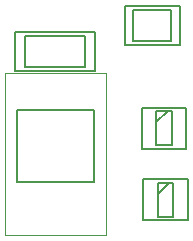
<source format=gbr>
G04 #@! TF.GenerationSoftware,KiCad,Pcbnew,(5.1.12)-1*
G04 #@! TF.CreationDate,2021-12-08T09:26:21+00:00*
G04 #@! TF.ProjectId,LightMinderSMD,4c696768-744d-4696-9e64-6572534d442e,rev?*
G04 #@! TF.SameCoordinates,Original*
G04 #@! TF.FileFunction,OtherDrawing,Comment*
%FSLAX46Y46*%
G04 Gerber Fmt 4.6, Leading zero omitted, Abs format (unit mm)*
G04 Created by KiCad (PCBNEW (5.1.12)-1) date 2021-12-08 09:26:21*
%MOMM*%
%LPD*%
G01*
G04 APERTURE LIST*
%ADD10C,0.100000*%
%ADD11C,0.200000*%
%ADD12C,0.150000*%
G04 APERTURE END LIST*
D10*
X110450000Y-79500000D02*
X110450000Y-93200000D01*
X101950000Y-79500000D02*
X110450000Y-79500000D01*
X101950000Y-93200000D02*
X101950000Y-79500000D01*
X110450000Y-93200000D02*
X101950000Y-93200000D01*
D11*
X109450000Y-82650000D02*
X109450000Y-88750000D01*
X102950000Y-82650000D02*
X109450000Y-82650000D01*
X102950000Y-88750000D02*
X102950000Y-82650000D01*
X109450000Y-88750000D02*
X102950000Y-88750000D01*
D12*
X114750000Y-83700000D02*
X115700000Y-82750000D01*
X114750000Y-85650000D02*
X114750000Y-82750000D01*
X116050000Y-85650000D02*
X114750000Y-85650000D01*
X116050000Y-82750000D02*
X116050000Y-85650000D01*
X114750000Y-82750000D02*
X116050000Y-82750000D01*
X113500000Y-85950000D02*
X113500000Y-82450000D01*
X117300000Y-85950000D02*
X113500000Y-85950000D01*
X117300000Y-82450000D02*
X117300000Y-85950000D01*
X113500000Y-82450000D02*
X117300000Y-82450000D01*
X114850000Y-89750000D02*
X115800000Y-88800000D01*
X114850000Y-91700000D02*
X114850000Y-88800000D01*
X116150000Y-91700000D02*
X114850000Y-91700000D01*
X116150000Y-88800000D02*
X116150000Y-91700000D01*
X114850000Y-88800000D02*
X116150000Y-88800000D01*
X113600000Y-92000000D02*
X113600000Y-88500000D01*
X117400000Y-92000000D02*
X113600000Y-92000000D01*
X117400000Y-88500000D02*
X117400000Y-92000000D01*
X113600000Y-88500000D02*
X117400000Y-88500000D01*
X112777000Y-76788000D02*
X112777000Y-74212000D01*
X115993000Y-76788000D02*
X112777000Y-76788000D01*
X115993000Y-74212000D02*
X115993000Y-76788000D01*
X112777000Y-74212000D02*
X115993000Y-74212000D01*
X112060000Y-77155000D02*
X112060000Y-73845000D01*
X116710000Y-77155000D02*
X112060000Y-77155000D01*
X116710000Y-73845000D02*
X116710000Y-77155000D01*
X112060000Y-73845000D02*
X116710000Y-73845000D01*
X103630000Y-78998000D02*
X103630000Y-76402000D01*
X108670000Y-78998000D02*
X103630000Y-78998000D01*
X108670000Y-76402000D02*
X108670000Y-78998000D01*
X103630000Y-76402000D02*
X108670000Y-76402000D01*
X102750000Y-79345000D02*
X102750000Y-76055000D01*
X109550000Y-79345000D02*
X102750000Y-79345000D01*
X109550000Y-76055000D02*
X109550000Y-79345000D01*
X102750000Y-76055000D02*
X109550000Y-76055000D01*
M02*

</source>
